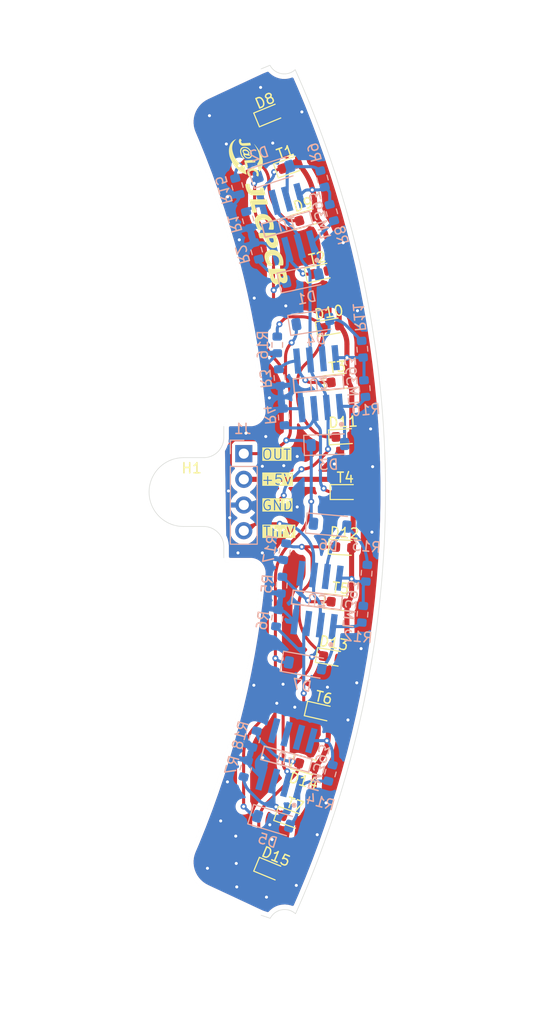
<source format=kicad_pcb>
(kicad_pcb (version 20241229) (generator "pcbnew") (generator_version "9.0")
  (layers (0 "F.Cu" signal) (2 "B.Cu" signal) (13 "F.Paste" user) (15 "B.Paste" user) (5 "F.SilkS" user "F.Silkscreen") (7 "B.SilkS" user "B.Silkscreen") (1 "F.Mask" user) (3 "B.Mask" user) (25 "Edge.Cuts" user))
  (net 0 "")
  (net 1 "Net-(D1-A)")
  (net 2 "LINE Side 1")
  (net 3 "Net-(D2-A)")
  (net 4 "Net-(D3-A)")
  (net 5 "Net-(D4-A)")
  (net 6 "Net-(D5-A)")
  (net 7 "Net-(D6-A)")
  (net 8 "Net-(D7-A)")
  (net 9 "+5V")
  (net 10 "Net-(D8-K)")
  (net 11 "Net-(D10-K)")
  (net 12 "Net-(D12-K)")
  (net 13 "Net-(D14-K)")
  (net 14 "GND")
  (net 15 "Threshold V")
  (net 16 "LINE 0")
  (net 17 "LINE 1")
  (net 18 "LINE 2")
  (net 19 "LINE 3")
  (net 20 "LINE 4")
  (net 21 "LINE 5")
  (net 22 "LINE 6")
  (footprint "JLCPCBlogo:JLCPCB" (layer "F.Cu") (at 151.627657 72.231777 -75)
    (property "Reference" "G***" (hide yes))
    (property "Value" "LOGO" (hide yes))
  )
  (footprint "LED_SMD:LED_0603_1608Metric" (layer "F.Cu") (at 159.874091 94.510375 3.2)
    (property "Reference" "D11")
    (property "Value" "LED")
  )
  (footprint "LED_SMD:LED_0603_1608Metric" (layer "F.Cu") (at 154.576328 132.249615 -19.2)
    (property "Reference" "T7")
    (property "Value" "B19H1LS")
  )
  (footprint "LED_SMD:LED_0603_1608Metric" (layer "F.Cu") (at 152.612272 137.344896 -22.4)
    (property "Reference" "D15")
    (property "Value" "LED")
  )
  (footprint "MountingHole:MountingHole_3.2mm_M3" (layer "F.Cu") (at 144.007 100)
    (property "Reference" "H1")
    (property "Value" "MountingHole")
  )
  (footprint "LED_SMD:LED_0603_1608Metric" (layer "F.Cu") (at 158.634373 83.656663 9.6)
    (property "Reference" "D10")
    (property "Value" "LED")
  )
  (footprint "LED_SMD:LED_0603_1608Metric" (layer "F.Cu") (at 158.634374 116.343337 -9.6)
    (property "Reference" "D13")
    (property "Value" "LED")
  )
  (footprint "LED_SMD:LED_0603_1608Metric" (layer "F.Cu") (at 159.396019 110.923955 -6.4)
    (property "Reference" "T5")
    (property "Value" "B19H1LS")
  )
  (footprint "LED_SMD:LED_0603_1608Metric" (layer "F.Cu") (at 159.396017 89.076045 6.4)
    (property "Reference" "T3")
    (property "Value" "B19H1LS")
  )
  (footprint "LED_SMD:LED_0603_1608Metric" (layer "F.Cu") (at 156.231 72.966947 16)
    (property "Reference" "D9")
    (property "Value" "LED")
  )
  (footprint "LED_SMD:LED_0603_1608Metric" (layer "F.Cu") (at 156.210408 127.012461 -16)
    (property "Reference" "D14")
    (property "Value" "LED")
  )
  (footprint "LED_SMD:LED_0603_1608Metric" (layer "F.Cu") (at 157.571398 78.288248 12.8)
    (property "Reference" "T2")
    (property "Value" "B19H1LS")
  )
  (footprint "LED_SMD:LED_0603_1608Metric" (layer "F.Cu") (at 154.555647 67.771069 19.2)
    (property "Reference" "T1")
    (property "Value" "B19H1LS")
  )
  (footprint "LED_SMD:LED_0603_1608Metric" (layer "F.Cu") (at 160.006763 100)
    (property "Reference" "T4")
    (property "Value" "B19H1LS")
  )
  (footprint "LED_SMD:LED_0603_1608Metric" (layer "F.Cu") (at 159.853958 105.470507 -3.2)
    (property "Reference" "D12")
    (property "Value" "LED")
  )
  (footprint "LED_SMD:LED_0603_1608Metric" (layer "F.Cu") (at 157.571399 121.711753 -12.8)
    (property "Reference" "T6")
    (property "Value" "B19H1LS")
  )
  (footprint "LED_SMD:LED_0603_1608Metric" (layer "F.Cu") (at 152.612274 62.655103 22.4)
    (property "Reference" "D8")
    (property "Value" "LED")
  )
  (footprint "Diode_SMD:D_SOD-123" (layer "B.Cu") (at 156.0614 117.122 -10)
    (property "Reference" "D7")
    (property "Value" "D")
  )
  (footprint "Resistor_SMD:R_0603_1608Metric" (layer "B.Cu") (at 150.17 127.355 75)
    (property "Reference" "R7")
    (property "Value" "22k")
  )
  (footprint "LM393BIDR:D0008A-IPC_A" (layer "B.Cu") (at 154.278 73.524 105)
    (property "Reference" "U1")
    (property "Value" "LM393")
  )
  (footprint "Diode_SMD:D_SOD-123" (layer "B.Cu") (at 158.511 103.264 -5)
    (property "Reference" "D6")
    (property "Value" "D")
  )
  (footprint "Diode_SMD:D_SOD-123" (layer "B.Cu") (at 152.917 132.525 -17)
    (property "Reference" "D5")
    (property "Value" "D")
  )
  (footprint "Diode_SMD:D_SOD-123" (layer "B.Cu") (at 152.961 68.308 18)
    (property "Reference" "D2")
    (property "Value" "D")
  )
  (footprint "Resistor_SMD:R_0603_1608Metric" (layer "B.Cu") (at 161.72 112.071601 -95)
    (property "Reference" "R12")
    (property "Value" "4.7k")
  )
  (footprint "Resistor_SMD:R_0603_1608Metric" (layer "B.Cu") (at 162.122 108.018601 85)
    (property "Reference" "R13")
    (property "Value" "4.7k")
  )
  (footprint "Resistor_SMD:R_0603_1608Metric" (layer "B.Cu") (at 161.704 85.882 95)
    (property "Reference" "R11")
    (property "Value" "4.7k")
  )
  (footprint "Resistor_SMD:R_0603_1608Metric" (layer "B.Cu") (at 151.252526 76.173889 105)
    (property "Reference" "R2")
    (property "Value" "22k")
  )
  (footprint "Resistor_SMD:R_0603_1608Metric" (layer "B.Cu") (at 153.279 112.467 82)
    (property "Reference" "R6")
    (property "Value" "22k")
  )
  (footprint "LM393BIDR:D0008A-IPC_A" (layer "B.Cu") (at 154.197 126.403 75)
    (property "Reference" "U4")
    (property "Value" "LM393")
  )
  (footprint "Resistor_SMD:R_0603_1608Metric" (layer "B.Cu") (at 153.286 85.456 -90)
    (property "Reference" "R16")
    (property "Value" "100")
  )
  (footprint "Connector_PinSocket_2.54mm:PinSocket_1x04_P2.54mm_Vertical" (layer "B.Cu") (at 149.975 96.2 180)
    (property "Reference" "J1")
    (property "Value" "Conn_01x04_Pin")
  )
  (footprint "Resistor_SMD:R_0603_1608Metric" (layer "B.Cu") (at 161.939 89.777 -85)
    (property "Reference" "R10")
    (property "Value" "4.7k")
  )
  (footprint "Resistor_SMD:R_0603_1608Metric" (layer "B.Cu") (at 151.038 124.407 -105)
    (property "Reference" "R18")
    (property "Value" "100")
  )
  (footprint "Diode_SMD:D_SOD-123" (layer "B.Cu") (at 156.805686 83.161883 9)
    (property "Reference" "D4")
    (property "Value" "D")
  )
  (footprint "Resistor_SMD:R_0603_1608Metric" (layer "B.Cu") (at 154.023 105.892 -100)
    (property "Reference" "R17")
    (property "Value" "100")
  )
  (footprint "Resistor_SMD:R_0603_1608Metric" (layer "B.Cu") (at 158.689 72.386 -75)
    (property "Reference" "R8")
    (property "Value" "4.7k")
  )
  (footprint "LM393BIDR:D0008A-IPC_A" (layer "B.Cu") (at 157.373 89.287 95)
    (property "Reference" "U2")
    (property "Value" "LM393")
  )
  (footprint "Resistor_SMD:R_0603_1608Metric" (layer "B.Cu") (at 153.51 88.679 -85)
    (property "Reference" "R3")
    (property "Value" "22k")
  )
  (footprint "Resistor_SMD:R_0603_1608Metric" (layer "B.Cu") (at 153.723 109.198 -95)
    (property "Reference" "R5")
    (property "Value" "22k")
  )
  (footprint "Resistor_SMD:R_0603_1608Metric" (layer "B.Cu") (at 150.409 73.094 -75)
    (property "Reference" "R1")
    (property "Value" "22k")
  )
  (footprint "Diode_SMD:D_SOD-123" (layer "B.Cu") (at 155.78 78.855 12)
    (property "Reference" "D1")
    (property "Value" "D")
  )
  (footprint "Resistor_SMD:R_0603_1608Metric" (layer "B.Cu") (at 157.762474 69.056111 105)
    (property "Reference" "R9")
    (property "Value" "4.7k")
  )
  (footprint "Diode_SMD:D_SOD-123" (layer "B.Cu") (at 158.295256 95.306 2)
    (property "Reference" "D3")
    (property "Value" "D")
  )
  (footprint "LM393BIDR:D0008A-IPC_A" (layer "B.Cu") (at 157.215 110.667 83)
    (property "Reference" "U3")
    (property "Value" "LM393")
  )
  (footprint "Resistor_SMD:R_0603_1608Metric" (layer "B.Cu") (at 158.545 127.765 -105)
    (property "Reference" "R14")
    (property "Value" "4.7k")
  )
  (footprint "Resistor_SMD:R_0603_1608Metric" (layer "B.Cu") (at 149.344 69.789 -75)
    (property "Reference" "R15")
    (property "Value" "100")
  )
  (footprint "Resistor_SMD:R_0603_1608Metric" (layer "B.Cu") (at 153.929 92.582 95)
    (property "Reference" "R4")
    (property "Value" "22k")
  )
  (gr_arc (start 148.000003 94.6) (mid 147.414216 96.014216) (end 146 96.600003) (stroke (width 0.05)) (layer "Edge.Cuts"))
  (gr_line (start 151.683267 58.180011) (end 152.566367 57.821112) (stroke (width 0.05)) (layer "Edge.Cuts"))
  (gr_line (start 150.639718 93) (end 148.5 93) (stroke (width 0.001)) (layer "Edge.Cuts"))
  (gr_line (start 148.000003 94.6) (end 148.000003 93.5) (stroke (width 0.05)) (layer "Edge.Cuts"))
  (gr_arc (start 144.752208 64.615373) (mid 144.708468 62.364491) (end 146.242757 60.716965) (stroke (width 0.001)) (layer "Edge.Cuts"))
  (gr_line (start 146 103.4) (end 144.007 103.4) (stroke (width 0.05)) (layer "Edge.Cuts"))
  (gr_line (start 148.5 107) (end 150.639718 107) (stroke (width 0.001)) (layer "Edge.Cuts"))
  (gr_arc (start 148.5 107) (mid 148.146447 106.853553) (end 148 106.5) (stroke (width 0.001)) (layer "Edge.Cuts"))
  (gr_arc (start 144.752208 64.615372) (mid 149.26741 77.992024) (end 151.635667 91.910113) (stroke (width 0.001)) (layer "Edge.Cuts"))
  (gr_line (start 146.242758 60.716961) (end 151.683267 58.180011) (stroke (width 0.001)) (layer "Edge.Cuts"))
  (gr_arc (start 159.613999 129.573401) (mid 157.54526 135.695295) (end 155.092988 141.673892) (stroke (width 0.05)) (layer "Edge.Cuts"))
  (gr_arc (start 146.242759 139.28304) (mid 144.70847 137.635514) (end 144.752208 135.384632) (stroke (width 0.001)) (layer "Edge.Cuts"))
  (gr_line (start 151.683268 141.81999) (end 146.242759 139.28304) (stroke (width 0.001)) (layer "Edge.Cuts"))
  (gr_arc (start 144.007 103.4) (mid 140.607 100) (end 144.007 96.6) (stroke (width 0.05)) (layer "Edge.Cuts"))
  (gr_arc (start 146 103.4) (mid 147.414214 103.985786) (end 148 105.4) (stroke (width 0.05)) (layer "Edge.Cuts"))
  (gr_line (start 148 106.5) (end 148 105.4) (stroke (width 0.05)) (layer "Edge.Cuts"))
  (gr_arc (start 148 93.5) (mid 148.146447 93.146447) (end 148.5 93) (stroke (width 0.001)) (layer "Edge.Cuts"))
  (gr_arc (start 159.564891 70.265) (mid 163.99574 99.915552) (end 159.613999 129.573401) (stroke (width 0.05)) (layer "Edge.Cuts"))
  (gr_line (start 152.591931 142.124469) (end 151.683268 141.81999) (stroke (width 0.05)) (layer "Edge.Cuts"))
  (gr_arc (start 155.061869 58.25667) (mid 153.70731 58.650923) (end 152.566378 57.821139) (stroke (width 0.05)) (layer "Edge.Cuts"))
  (gr_arc (start 155.06187 58.256669) (mid 157.50232 64.189984) (end 159.564891 70.265) (stroke (width 0.05)) (layer "Edge.Cuts"))
  (gr_arc (start 150.639718 107) (mid 151.377929 107.325416) (end 151.635668 108.089891) (stroke (width 0.001)) (layer "Edge.Cuts"))
  (gr_line (start 144.007 96.6) (end 146 96.6) (stroke (width 0.05)) (layer "Edge.Cuts"))
  (gr_arc (start 152.59247 142.124746) (mid 153.731444 141.282105) (end 155.092988 141.673899) (stroke (width 0.05)) (layer "Edge.Cuts"))
  (gr_arc (start 151.635668 108.089891) (mid 149.267411 122.00798) (end 144.752209 135.384632) (stroke (width 0.001)) (layer "Edge.Cuts"))
  (gr_arc (start 151.635667 91.91011) (mid 151.377928 92.674584) (end 150.639718 93) (stroke (width 0.001)) (layer "Edge.Cuts"))
  (gr_text "ThrV" (at 151.807 104.502 0) (layer "F.SilkS" knockout) (effects (font (size 1 1) (thickness 0.1)) (justify left bottom)))
  (gr_text "OUT" (at 151.708 96.88 0) (layer "F.SilkS" knockout) (effects (font (size 1 1) (thickness 0.1)) (justify left bottom)))
  (gr_text "GND" (at 151.715 101.896 0) (layer "F.SilkS" knockout) (effects (font (size 1 1) (thickness 0.1)) (justify left bottom)))
  (gr_text "+5V" (at 151.654 99.351 0) (layer "F.SilkS" knockout) (effects (font (size 1 1) (thickness 0.1)) (justify left bottom)))
  (segment (start 158.88862 73.216461) (end 156.742774 75.362307) (width 0.3) (layer "B.Cu") (net 1))
  (segment (start 157.329778 78.367949) (end 157.329778 76.77946) (width 0.3) (layer "B.Cu") (net 1))
  (arc (start 157.329778 76.77946) (mid 157.177221 76.012502) (end 156.742774 75.362307) (width 0.3) (layer "B.Cu") (net 1))
  (arc (start 158.902526 73.182889) (mid 158.898912 73.201058) (end 158.88862 73.216461) (width 0.3) (layer "B.Cu") (net 1))
  (segment (start 151.137233 96.2) (end 149.975 96.2) (width 0.3) (layer "F.Cu") (net 2))
  (segment (start 152.916 76.195224) (end 152.916 81.041013) (width 0.3) (layer "F.Cu") (net 2))
  (segment (start 154.584 90.735908) (end 154.584 93.914302) (width 0.3) (layer "F.Cu") (net 2))
  (segment (start 149.957 131.076) (end 149.957 126.024642) (width 0.3) (layer "F.Cu") (net 2))
  (segment (start 153.102 118.43194) (end 153.102 116.43) (width 0.3) (layer "F.Cu") (net 2))
  (segment (start 152.893168 86.686167) (end 152.916 86.709) (width 0.3) (layer "F.Cu") (net 2))
  (segment (start 153.102 116.43) (end 153.102 108.556568) (width 0.3) (layer "F.Cu") (net 2))
  (segment (start 154.103535 88.446465) (end 154.103535 86.690308) (width 0.3) (layer "F.Cu") (net 2))
  (segment (start 154.535 105.097) (end 155.248878 104.383122) (width 0.3) (layer "F.Cu") (net 2))
  (segment (start 151.981 83.298303) (end 151.981 84.484) (width 0.3) (layer "F.Cu") (net 2))
  (segment (start 151.046 69.592213) (end 151.046 71.680644) (width 0.3) (layer "F.Cu") (net 2))
  (via (at 150.995709 69.488291) (size 0.6) (drill 0.3) (layers "F.Cu" "B.Cu") (net 2))
  (via (at 149.957 131.076) (size 0.6) (drill 0.3) (layers "F.Cu" "B.Cu") (net 2))
  (via (at 153.102 116.43) (size 0.6) (drill 0.3) (layers "F.Cu" "B.Cu") (net 2))
  (via (at 156.646261 100.935) (size 0.6) (drill 0.3) (layers "F.Cu" "B.Cu") (net 2))
  (via (at 154.708 85.231) (size 0.6) (drill 0.3) (layers "F.Cu" "B.Cu") (net 2))
  (via (at 154.17861 94.893) (size 0.6) (drill 0.3) (layers "F.Cu" "B.Cu") (net 2))
  (via (at 152.933 80.043) (size 0.6) (drill 0.3) (layers "F.Cu" "B.Cu") (net 2))
  (arc (start 152.537 81.956) (mid 152.1255 82.571854) (end 151.981 83.298303) (width 0.3) (layer "F.Cu") (net 2))
  (arc (start 151.981 84.484) (mid 152.218065 85.675804) (end 152.893168 86.686167) (width 0.3) (layer "F.Cu") (net 2))
  (arc (start 153.102 108.556568) (mid 153.474424 106.684264) (end 154.535 105.097) (width 0.3) (layer "F.Cu") (net 2))
  (arc (start 151.031 69.556) (mid 151.042102 69.572615) (end 151.046 69.592213) (width 0.3) (layer "F.Cu") (net 2))
  (arc (start 151.156 123.13) (mid 152.596251 120.974511) (end 153.102 118.43194) (width 0.3) (layer "F.Cu") (net 2))
  (arc (start 154.155 94.95) (mid 152.770436 95.875136) (end 151.137233 96.2) (width 0.3) (layer "F.Cu") (net 2))
  (arc (start 152.056 74.119) (mid 152.692493 75.07158) (end 152.916 76.195224) (width 0.3) (layer "F.Cu") (net 2))
  (arc (start 155.248878 104.383122) (mid 156.28142 102.837814) (end 156.644 101.015) (width 0.3) (layer "F.Cu") (net 2))
  (arc (start 154.584 93.914302) (mid 154.472506 94.474818) (end 154.17861 94.893) (width 0.3) (layer "F.Cu") (net 2))
  (arc (start 152.916 86.709) (mid 154.150501 88.556561) (end 154.584 90.735908) (width 0.3) (layer "F.Cu") (net 2))
  (arc (start 151.046 71.680644) (mid 151.30849 73.000273) (end 152.056 74.119) (width 0.3) (layer "F.Cu") (net 2))
  (arc (start 152.916 81.041013) (mid 152.817501 81.536201) (end 152.537 81.956) (width 0.3) (layer "F.Cu") (net 2))
  (arc (start 154.17861 94.893) (mid 154.472506 94.474818) (end 154.155 94.95) (width 0.3) (layer "F.Cu") (net 2))
  (arc (start 149.957 126.024642) (mid 150.26861 124.458073) (end 151.156 123.13) (width 0.3) (layer "F.Cu") (net 2))
  (arc (start 154.103535 86.690308) (mid 154.26063 85.900536) (end 154.708 85.231) (width 0.3) (layer "F.Cu") (net 2))
  (segment (start 155.176 83.42) (end 155.176 84.101148) (width 0.3) (layer "B.Cu") (net 2))
  (segment (start 156.646261 102.586604) (end 156.646261 100.935) (width 0.3) (layer "B.Cu") (net 2))
  (segment (start 154.436467 116.835481) (end 154.080918 116.835481) (width 0.3) (layer "B.Cu") (net 2))
  (segment (start 151.031 69.556) (end 151.018631 69.543631) (width 0.3) (layer "B.Cu") (net 2))
  (segment (start 153.503511 79.472489) (end 152.933 80.043) (width 0.3) (layer "B.Cu") (net 2))
  (segment (start 150.629778 131.748778) (end 149.957 131.076) (width 0.3) (layer "B.Cu") (net 2))
  (segment (start 150.936 69.06) (end 151.02706 68.96894) (width 0.3) (layer "B.Cu") (net 2))
  (segment (start 152.933 80.043) (end 152.894 80.082) (width 0.3) (layer "B.Cu") (net 2))
  (segment (start 150.926 69.32) (end 150.926 69.084142) (width 0.3) (layer "B.Cu") (net 2))
  (segment (start 154.17861 94.893) (end 155.510171 94.893) (width 0.3) (layer "B.Cu") (net 2))
  (segment (start 156.646261 100.935) (end 156.646261 95.363584) (width 0.3) (layer "B.Cu") (net 2))
  (arc (start 151.02706 68.96894) (mid 151.194384 68.857138) (end 151.391756 68.817878) (width 0.3) (layer "B.Cu") (net 2))
  (arc (start 150.995709 69.488291) (mid 150.950074 69.441029) (end 150.926 69.32) (width 0.3) (layer "B.Cu") (net 2))
  (arc (start 151.018631 69.543631) (mid 150.950074 69.441029) (end 150.995709 69.488291) (width 0.3) (layer "B.Cu") (net 2))
  (arc (start 151.339096 132.042587) (mid 150.955216 131.966229) (end 150.629778 131.748778) (width 0.3) (layer "B.Cu") (net 2))
  (arc (start 156.867281 103.120193) (mid 156.703702 102.875381) (end 156.646261 102.586604) (width 0.3) (layer "B.Cu") (net 2))
  (arc (start 155.510171 94.893) (mid 156.125018 95.015301) (end 156.646261 95.363584) (width 0.3) (layer "B.Cu") (net 2))
  (arc (start 154.080918 116.835481) (mid 153.551131 116.7301) (end 153.102 116.43) (width 0.3) (layer "B.Cu") (net 2))
  (arc (start 154.166056 79.198054) (mid 153.807489 79.269377) (end 153.503511 79.472489) (width 0.3) (layer "B.Cu") (net 2))
  (arc (start 150.926 69.084142) (mid 150.928599 69.071077) (end 150.936 69.06) (width 0.3) (layer "B.Cu") (net 2))
  (arc (start 155.176 84.101148) (mid 155.054371 84.71262) (end 154.708 85.231) (width 0.3) (layer "B.Cu") (net 2))
  (segment (start 154.266678 71.028292) (end 154.266678 68.558798) (width 0.3) (layer "B.Cu") (net 3))
  (segment (start 156.54639 67.843949) (end 154.562778 67.843949) (width 0.3) (layer "B.Cu") (net 3))
  (arc (start 157.548948 68.259222) (mid 157.08897 67.951875) (end 156.54639 67.843949) (width 0.3) (layer "B.Cu") (net 3))
  (arc (start 154.266678 68.558798) (mid 154.343632 68.171924) (end 154.562778 67.843949) (width 0.3) (layer "B.Cu") (net 3))
  (segment (start 161.91457 90.831431) (end 161.473 91.273) (width 0.3) (layer "B.Cu") (net 4))
  (segment (start 159.941237 95.190902) (end 159.941237 92.636228) (width 0.3) (layer "B.Cu") (net 4))
  (segment (start 160.863694 91.525383) (end 159.48111 91.525383) (width 0.3) (layer "B.Cu") (net 4))
  (arc (start 162.010903 90.598861) (mid 161.985867 90.724727) (end 161.91457 90.831431) (width 0.3) (layer "B.Cu") (net 4))
  (arc (start 161.473 91.273) (mid 161.193448 91.459791) (end 160.863694 91.525383) (width 0.3) (layer "B.Cu") (net 4))
  (arc (start 159.941237 92.636228) (mid 159.821654 92.035043) (end 159.48111 91.525383) (width 0.3) (layer "B.Cu") (net 4))
  (segment (start 158.412955 82.857364) (end 158.412955 83.949384) (width 0.3) (layer "B.Cu") (net 5))
  (segment (start 157.795225 85.440716) (end 157.795225 86.827241) (width 0.3) (layer "B.Cu") (net 5))
  (segment (start 161.632097 85.060139) (end 160.148002 83.576044) (width 0.3) (layer "B.Cu") (net 5))
  (arc (start 158.412955 83.949384) (mid 158.348513 84.273353) (end 158.165 84.548) (width 0.3) (layer "B.Cu") (net 5))
  (arc (start 158.165 84.548) (mid 157.891327 84.957582) (end 157.795225 85.440716) (width 0.3) (layer "B.Cu") (net 5))
  (arc (start 160.148002 83.576044) (mid 159.351956 83.044142) (end 158.412955 82.857364) (width 0.3) (layer "B.Cu") (net 5))
  (segment (start 155.412403 129.227408) (end 155.412403 130.792374) (width 0.3) (layer "B.Cu") (net 6))
  (segment (start 158.331474 128.561889) (end 157.019108 128.561889) (width 0.3) (layer "B.Cu") (net 6))
  (arc (start 157.019108 128.561889) (mid 156.149565 128.734851) (end 155.412403 129.227408) (width 0.3) (layer "B.Cu") (net 6))
  (arc (start 155.412403 130.792374) (mid 155.173953 131.991145) (end 154.494904 133.007413) (width 0.3) (layer "B.Cu") (net 6))
  (segment (start 158.139411 108.34878) (end 158.139411 108.273191) (width 0.3) (layer "B.Cu") (net 7))
  (segment (start 160.956644 104.209731) (end 160.154719 103.407807) (width 0.3) (layer "B.Cu") (net 7))
  (arc (start 162.193903 107.19674) (mid 161.87235 105.580183) (end 160.956644 104.209731) (width 0.3) (layer "B.Cu") (net 7))
  (arc (start 158.139411 108.273191) (mid 158.663172 105.640064) (end 160.154719 103.407807) (width 0.3) (layer "B.Cu") (net 7))
  (segment (start 158.811657 113.294769) (end 158.811657 114.691747) (width 0.3) (layer "B.Cu") (net 8))
  (segment (start 160.679256 113.294769) (end 158.811657 113.294769) (width 0.3) (layer "B.Cu") (net 8))
  (arc (start 158.811657 114.691747) (mid 158.519194 116.162053) (end 157.686333 117.408519) (width 0.3) (layer "B.Cu") (net 8))
  (arc (start 161.648097 112.893462) (mid 161.203589 113.190473) (end 160.679256 113.294769) (width 0.3) (layer "B.Cu") (net 8))
  (segment (start 159.410846 116.474667) (end 159.410846 119.299352) (width 0.5) (layer "F.Cu") (net 9))
  (segment (start 160.794263 103.674) (end 160.794263 105.142598) (width 0.5) (layer "F.Cu") (net 9))
  (segment (start 159.410846 80.700652) (end 159.410846 83.525333) (width 0.5) (layer "F.Cu") (net 9))
  (segment (start 160.178611 111.011737) (end 160.178611 114.621118) (width 0.5) (layer "F.Cu") (net 9))
  (segment (start 156.967401 127.229526) (end 156.967401 128.531477) (width 0.5) (layer "F.Cu") (net 9))
  (segment (start 149.975 98.74) (end 159.39 98.74) (width 0.5) (layer "F.Cu") (net 9))
  (segment (start 160.178609 85.378877) (end 160.178609 86.707) (width 0.5) (layer "F.Cu") (net 9))
  (segment (start 160.660363 90.15132) (end 160.660363 94.466416) (width 0.5) (layer "F.Cu") (net 9))
  (segment (start 160.472581 98.297782) (end 160.660363 98.11) (width 0.5) (layer "F.Cu") (net 9))
  (segment (start 155.299343 67.084428) (end 155.299343 67.512087) (width 0.5) (layer "F.Cu") (net 9))
  (segment (start 159.39 98.74) (end 159.404972 98.74) (width 0.5) (layer "F.Cu") (net 9))
  (segment (start 158.339329 121.886223) (end 158.339329 123.917399) (width 0.5) (layer "F.Cu") (net 9))
  (segment (start 160.660363 94.466416) (end 160.660363 98.11) (width 0.5) (layer "F.Cu") (net 9))
  (segment (start 155.320024 132.508597) (end 155.320024 132.865638) (width 0.5) (layer "F.Cu") (net 9))
  (segment (start 160.660363 99.26) (end 160.660363 99.676737) (width 0.5) (layer "F.Cu") (net 9))
  (segment (start 156.987993 71.588849) (end 156.987993 72.749883) (width 0.5) (layer "F.Cu") (net 9))
  (segment (start 160.660363 98.78) (end 160.660363 99.26) (width 0.5) (layer "F.Cu") (net 9))
  (segment (start 159.39 98.74) (end 159.79 98.74) (width 0.5) (layer "F.Cu") (net 9))
  (segment (start 160.660363 98.11) (end 160.660363 98.78) (width 0.5) (layer "F.Cu") (net 9))
  (segment (start 160.178609 86.707) (end 160.178609 88.988263) (width 0.5) (layer "F.Cu") (net 9))
  (segment (start 160.794263 100) (end 160.794263 103.674) (width 0.5) (layer "F.Cu") (net 9))
  (segment (start 159.79 98.74) (end 160.563794 98.74) (width 0.5) (layer "F.Cu") (net 9))
  (segment (start 158.339328 76.012294) (end 158.339328 78.113779) (width 0.5) (layer "F.Cu") (net 9))
  (segment (start 160.64023 105.514467) (end 160.64023 108.581) (width 0.5) (layer "F.Cu") (net 9))
  (segment (start 160.64023 108.581) (end 160.64023 109.89729) (width 0.5) (layer "F.Cu") (net 9))
  (via (at 160.64023 108.581) (size 0.6) (drill 0.3) (layers "F.Cu" "B.Cu") (net 9))
  (via (at 160.178609 86.707) (size 0.6) (drill 0.3) (layers "F.Cu" "B.Cu") (net 9))
  (via (at 158.191 124.574) (size 0.6) (drill 0.3) (layers "F.Cu" "B.Cu") (net 9))
  (via (at 156.75 70.14) (size 0.6) (drill 0.3) (layers "F.Cu" "B.Cu") (net 9))
  (arc (start 158.339328 78.113779) (mid 159.132367 79.300646) (end 159.410846 80.700652) (width 0.5) (layer "F.Cu") (net 9))
  (arc (start 159.404972 98.74) (mid 160.084384 98.875144) (end 160.660363 99.26) (width 0.5) (layer "F.Cu") (net 9))
  (arc (start 159.410846 119.299352) (mid 159.132368 120.699357) (end 158.339329 121.886223) (width 0.5) (layer "F.Cu") (net 9))
  (arc (start 153.340354 62.35501) (mid 154.790218 64.524886) (end 155.299343 67.084428) (width 0.5) (layer "F.Cu") (net 9))
  (arc (start 160.178611 114.621118) (mid 159.979075 115.624252) (end 159.410846 116.474667) (width 0.5) (layer "F.Cu") (net 9))
  (arc (start 160.178609 88.988263) (mid 160.535159 89.521878) (end 160.660363 90.15132) (width 0.5) (layer "F.Cu") (net 9))
  (arc (start 158.339329 123.917399) (mid 157.982776 125.709909) (end 156.967401 127.229526) (width 0.5) (layer "F.Cu") (net 9))
  (arc (start 160.660363 99.676737) (mid 160.695163 99.851685) (end 160.794263 100) (width 0.5) (layer "F.Cu") (net 9))
  (arc (start 159.410846 83.525333) (mid 159.979073 84.375747) (end 160.178609 85.378877) (width 0.5) (layer "F.Cu") (net 9))
  (arc (start 156.967401 128.531477) (mid 156.539262 130.683879) (end 155.320024 132.508597) (width 0.5) (layer "F.Cu") (net 9))
  (arc (start 155.320024 132.865638) (mid 154.805524 135.452205) (end 153.340352 137.644989) (width 0.5) (layer "F.Cu") (net 9))
  (arc (start 160.563794 98.74) (mid 160.616057 98.750396) (end 160.660363 98.78) (width 0.5) (layer "F.Cu") (net 9))
  (arc (start 159.404972 98.74) (mid 159.982758 98.625071) (end 160.472581 98.297782) (width 0.5) (layer "F.Cu") (net 9))
  (arc (start 160.64023 109.89729) (mid 160.520259 110.500425) (end 160.178611 111.011737) (width 0.5) (layer "F.Cu") (net 9))
  (arc (start 155.299343 67.512087) (mid 156.549127 69.382522) (end 156.987993 71.588849) (width 0.5) (layer "F.Cu") (net 9))
  (arc (start 156.987993 72.749883) (mid 157.988127 74.24669) (end 158.339328 76.012294) (width 0.5) (layer "F.Cu") (net 9))
  (arc (start 160.794263 105.142598) (mid 160.754231 105.343852) (end 160.64023 105.514467) (width 0.5) (layer "F.Cu") (net 9))
  (segment (start 155.530967 70.684033) (end 155.907 70.308) (width 0.3) (layer "B.Cu") (net 9))
  (segment (start 156.312588 70.14) (end 156.75 70.14) (width 0.3) (layer "B.Cu") (net 9))
  (segment (start 159.399944 108.503553) (end 160.501453 108.503553) (width 0.3) (layer "B.Cu") (net 9))
  (segment (start 158.758526 126.968111) (end 158.758526 125.944129) (width 0.3) (layer "B.Cu") (net 9))
  (segment (start 160.186187 86.703861) (end 160.178609 86.707) (width 0.3) (layer "B.Cu") (net 9))
  (segment (start 156.75 70.14) (end 157.283121 70.14) (width 0.3) (layer "B.Cu") (net 9))
  (segment (start 162.050097 108.840462) (end 161.266627 108.840462) (width 0.3) (layer "B.Cu") (net 9))
  (segment (start 161.791903 111.24974) (end 161.791903 109.463797) (width 0.3) (layer "B.Cu") (net 9))
  (segment (start 156.661774 124.564692) (end 158.168529 124.564692) (width 0.3) (layer "B.Cu") (net 9))
  (segment (start 158.475474 70.484465) (end 158.475474 71.589111) (width 0.3) (layer "B.Cu") (net 9))
  (segment (start 161.775903 86.703861) (end 160.186187 86.703861) (width 0.3) (layer "B.Cu") (net 9))
  (segment (start 158.168529 124.564692) (end 158.191 124.574) (width 0.3) (layer "B.Cu") (net 9))
  (segment (start 161.867097 88.955139) (end 161.867097 86.924023) (width 0.3) (layer "B.Cu") (net 9))
  (segment (start 159.060392 86.716554) (end 160.059982 86.716554) (width 0.3) (layer "B.Cu") (net 9))
  (segment (start 158.010142 69.867142) (end 158.368 70.225) (width 0.3) (layer "B.Cu") (net 9))
  (arc (start 161.867097 86.924023) (mid 161.843397 86.804872) (end 161.775903 86.703861) (width 0.3) (layer "B.Cu") (net 9))
  (arc (start 157.976 69.853) (mid 157.994477 69.856675) (end 158.010142 69.867142) (width 0.3) (layer "B.Cu") (net 9))
  (arc (start 161.791903 109.463797) (mid 161.859005 109.126451) (end 162.050097 108.840462) (width 0.3) (layer "B.Cu") (net 9))
  (arc (start 155.907 70.308) (mid 156.093085 70.183662) (end 156.312588 70.14) (width 0.3) (layer "B.Cu") (net 9))
  (arc (start 158.758526 125.944129) (mid 158.611031 125.20262) (end 158.191 124.574) (width 0.3) (layer "B.Cu") (net 9))
  (arc (start 155.493404 70.699592) (mid 155.513733 70.695548) (end 155.530967 70.684033) (width 0.3) (layer "B.Cu") (net 9))
  (arc (start 161.266627 108.840462) (mid 160.927623 108.77303) (end 160.64023 108.581) (width 0.3) (layer "B.Cu") (net 9))
  (arc (start 157.283121 70.14) (mid 157.658104 70.065411) (end 157.976 69.853) (width 0.3) (layer "B.Cu") (net 9))
  (arc (start 160.059982 86.716554) (mid 160.091922 86.722907) (end 160.119 86.741) (width 0.3) (layer "B.Cu") (net 9))
  (arc (start 158.368 70.225) (mid 158.447542 70.344044) (end 158.475474 70.484465) (width 0.3) (layer "B.Cu") (net 9))
  (arc (start 160.501453 108.503553) (mid 160.563445 108.515884) (end 160.616 108.551) (width 0.3) (layer "B.Cu") (net 9))
  (segment (start 155.474007 73.184011) (end 154.822896 73.184011) (width 0.3) (layer "F.Cu") (net 10))
  (segment (start 150.924185 67.482) (end 150.170696 67.482) (width 0.3) (layer "F.Cu") (net 10))
  (segment (start 152.444 69.50264) (end 152.444 69.261) (width 0.3) (layer "F.Cu") (net 10))
  (segment (start 150.154887 67.130114) (end 149.543 67.742) (width 0.3) (layer "F.Cu") (net 10))
  (segment (start 151.879729 67.898729) (end 151.844 67.863) (width 0.3) (layer "F.Cu") (net 10))
  (via (at 149.543 67.742) (size 0.6) (drill 0.3) (layers "F.Cu" "B.Cu") (net 10))
  (arc (start 152.444 69.261) (mid 152.297351 68.523744) (end 151.879729 67.898729) (width 0.3) (layer "F.Cu") (net 10))
  (arc (start 151.884194 62.955196) (mid 151.434762 65.214645) (end 150.154887 67.130114) (width 0.3) (layer "F.Cu") (net 10))
  (arc (start 150.170696 67.482) (mid 149.830989 67.549571) (end 149.543 67.742) (width 0.3) (layer "F.Cu") (net 10))
  (arc (start 153.792 72.757) (mid 152.794334 71.263887) (end 152.444 69.50264) (width 0.3) (layer "F.Cu") (net 10))
  (arc (start 154.822896 73.184011) (mid 154.264979 73.073035) (end 153.792 72.757) (width 0.3) (layer "F.Cu") (net 10))
  (arc (start 151.844 67.863) (mid 151.421986 67.581018) (end 150.924185 67.482) (width 0.3) (layer "F.Cu") (net 10))
  (segment (start 149.130474 68.992111) (end 149.130474 68.737926) (width 0.3) (layer "B.Cu") (net 10))
  (arc (start 149.130474 68.737926) (mid 149.237686 68.198935) (end 149.543 67.742) (width 0.3) (layer "B.Cu") (net 10))
  (segment (start 154.585222 82.676) (end 155.683 82.676) (width 0.3) (layer "F.Cu") (net 11))
  (segment (start 157.497495 83.427589) (end 157.8579 83.787993) (width 0.3) (layer "F.Cu") (net 11))
  (segment (start 153.536648 83.324352) (end 153.902 82.959) (width 0.3) (layer "F.Cu") (net 11))
  (segment (start 156.597053 86.831947) (end 156.027 87.402) (width 0.3) (layer "F.Cu") (net 11))
  (segment (start 158.420371 94.554334) (end 159.087819 94.554334) (width 0.3) (layer "F.Cu") (net 11))
  (segment (start 155.278 89.210246) (end 155.278 90.286721) (width 0.3) (layer "F.Cu") (net 11))
  (via (at 153.502 83.408) (size 0.6) (drill 0.3) (layers "F.Cu" "B.Cu") (net 11))
  (arc (start 156.761 93.867) (mid 157.522326 94.375702) (end 158.420371 94.554334) (width 0.3) (layer "F.Cu") (net 11))
  (arc (start 157.8579 83.787993) (mid 157.530217 85.435369) (end 156.597053 86.831947) (width 0.3) (layer "F.Cu") (net 11))
  (arc (start 156.027 87.402) (mid 155.472659 88.23163) (end 155.278 89.210246) (width 0.3) (layer "F.Cu") (net 11))
  (arc (start 155.278 90.286721) (mid 155.663419 92.224354) (end 156.761 93.867) (width 0.3) (layer "F.Cu") (net 11))
  (arc (start 153.902 82.959) (mid 154.215465 82.749549) (end 154.585222 82.676) (width 0.3) (layer "F.Cu") (net 11))
  (arc (start 153.502 83.408) (mid 153.511005 83.36273) (end 153.536648 83.324352) (width 0.3) (layer "F.Cu") (net 11))
  (arc (start 155.683 82.676) (mid 156.664998 82.871332) (end 157.497495 83.427589) (width 0.3) (layer "F.Cu") (net 11))
  (segment (start 153.286 84.631) (end 153.286 83.92947) (width 0.3) (layer "B.Cu") (net 11))
  (arc (start 153.286 83.92947) (mid 153.342136 83.647253) (end 153.502 83.408) (width 0.3) (layer "B.Cu") (net 11))
  (segment (start 156.117989 109.459012) (end 156.086 109.491) (width 0.3) (layer "F.Cu") (net 12))
  (segment (start 157.53312 105.426547) (end 159.067686 105.426547) (width 0.3) (layer "F.Cu") (net 12))
  (segment (start 156.736 106.619264) (end 156.736 107.967) (width 0.3) (layer "F.Cu") (net 12))
  (segment (start 156.121998 105.580999) (end 156.436 105.895) (width 0.3) (layer "F.Cu") (net 12))
  (segment (start 157.496246 105.412) (end 157.504283 105.420037) (width 0.3) (layer "F.Cu") (net 12))
  (segment (start 155.437 111.057825) (end 155.437 111.988) (width 0.3) (layer "F.Cu") (net 12))
  (segment (start 155.714 105.412) (end 157.496246 105.412) (width 0.3) (layer "F.Cu") (net 12))
  (segment (start 156.711988 115.066093) (end 157.857902 116.212007) (width 0.3) (layer "F.Cu") (net 12))
  (via (at 155.714 105.412) (size 0.6) (drill 0.3) (layers "F.Cu" "B.Cu") (net 12))
  (arc (start 157.504283 105.420037) (mid 157.5187 105.424413) (end 157.53312 105.426547) (width 0.3) (layer "F.Cu") (net 12))
  (arc (start 156.736 107.967) (mid 156.575384 108.774471) (end 156.117989 109.459012) (width 0.3) (layer "F.Cu") (net 12))
  (arc (start 156.086 109.491) (mid 155.60567 110.209865) (end 155.437 111.057825) (width 0.3) (layer "F.Cu") (net 12))
  (arc (start 156.436 105.895) (mid 156.658033 106.227295) (end 156.736 106.619264) (width 0.3) (layer "F.Cu") (net 12))
  (arc (start 155.437 111.988) (mid 155.768359 113.653852) (end 156.711988 115.066093) (width 0.3) (layer "F.Cu") (net 12))
  (arc (start 155.714 105.412) (mid 155.934807 105.455921) (end 156.121998 105.580999) (width 0.3) (layer "F.Cu") (net 12))
  (segment (start 155.714 105.412) (end 154.968904 105.412) (width 0.3) (layer "B.Cu") (net 12))
  (arc (start 154.968904 105.412) (mid 154.534516 105.325595) (end 154.16626 105.079534) (width 0.3) (layer "B.Cu") (net 12))
  (segment (start 151.458 132.600388) (end 151.458 136.015884) (width 0.3) (layer "F.Cu") (net 13))
  (segment (start 155.453415 126.795396) (end 155.259171 126.795396) (width 0.3) (layer "F.Cu") (net 13))
  (segment (start 154.93285 128.052151) (end 154.809694 128.175307) (width 0.3) (layer "F.Cu") (net 13))
  (segment (start 152.644102 130.340898) (end 152.217 130.768) (width 0.3) (layer "F.Cu") (net 13))
  (segment (start 154.814 128.16491) (end 154.809694 128.175307) (width 0.3) (layer "F.Cu") (net 13))
  (segment (start 154.809694 128.175307) (end 152.644102 130.340898) (width 0.3) (layer "F.Cu") (net 13))
  (via (at 154.814 126.611) (size 0.6) (drill 0.3) (layers "F.Cu" "B.Cu") (net 13))
  (arc (start 151.458 136.015884) (mid 151.568764 136.572731) (end 151.884192 137.044803) (width 0.3) (layer "F.Cu") (net 13))
  (arc (start 155.453415 126.795396) (mid 155.318125 127.475547) (end 154.93285 128.052151) (width 0.3) (layer "F.Cu") (net 13))
  (arc (start 152.217 130.768) (mid 151.655258 131.608706) (end 151.458 132.600388) (width 0.3) (layer "F.Cu") (net 13))
  (arc (start 155.259171 126.795396) (mid 155.018246 126.747473) (end 154.814 126.611) (width 0.3) (layer "F.Cu") (net 13))
  (segment (start 151.68669 124.66069) (end 152.804735 125.778735) (width 0.3) (layer "B.Cu") (net 13))
  (arc (start 151.251526 123.610111) (mid 151.364621 124.17868) (end 151.68669 124.66069) (width 0.3) (layer "B.Cu") (net 13))
  (arc (start 152.804735 125.778735) (mid 153.726594 126.394701) (end 154.814 126.611) (width 0.3) (layer "B.Cu") (net 13))
  (segment (start 148.65 94.95) (end 148.65 95.28) (width 0.3) (layer "F.Cu") (net 14))
  (segment (start 148.65 95.28) (end 148.65 95.563015) (width 0.3) (layer "F.Cu") (net 14))
  (segment (start 148.65 95.28) (end 148.65 97.531716) (width 0.3) (layer "F.Cu") (net 14))
  (segment (start 148.699497 95.160502) (end 149.03 94.83) (width 0.3) (layer "F.Cu") (net 14))
  (segment (start 148.833934 94.766066) (end 148.65 94.95) (width 0.3) (layer "F.Cu") (net 14))
  (segment (start 149.03 94.83) (end 151.070294 94.83) (width 0.3) (layer "F.Cu") (net 14))
  (segment (start 148.65 94.95) (end 148.65 95.106604) (width 0.3) (layer "F.Cu") (net 14))
  (via (at 152.22 140.03) (size 0.6) (drill 0.3) (layers "F.Cu" "B.Cu") (net 14))
  (via (at 160.28 122.52) (size 0.6) (drill 0.3) (layers "F.Cu" "B.Cu") (net 14))
  (via (at 152.51 90.69) (size 0.6) (drill 0.3) (layers "F.Cu" "B.Cu") (net 14))
  (via (at 149.4 106.01) (size 0.6) (drill 0.3) (layers "F.Cu" "B.Cu") (net 14))
  (via (at 147.69 132.5) (size 0.6) (drill 0.3) (layers "F.Cu" "B.Cu") (net 14))
  (via (at 151.85 126.25) (size 0.6) (drill 0.3) (layers "F.Cu" "B.Cu") (net 14))
  (via (at 149.23 136.7) (size 0.6) (drill 0.3) (layers "F.Cu" "B.Cu") (net 14))
  (via (at 158.93 97.23) (size 0.6) (drill 0.3) (layers "F.Cu" "B.Cu") (net 14))
  (via (at 150.97 119.09) (size 0.6) (drill 0.3) (layers "F.Cu" "B.Cu") (net 14))
  (via (at 161.22 82.08) (size 0.6) (drill 0.3) (layers "F.Cu" "B.Cu") (net 14))
  (via (at 153.86 118.99) (size 0.6) (drill 0.3) (layers "F.Cu" "B.Cu") (net 14))
  (via (at 157.24 133.86) (size 0.6) (drill 0.3) (layers "F.Cu" "B.Cu") (net 14))
  (via (at 161.58 115.47) (size 0.6) (drill 0.3) (layers "F.Cu" "B.Cu") (net 14))
  (via (at 149.53 75.07) (size 0.6) (drill 0.3) (layers "F.Cu" "B.Cu") (net 14))
  (via (at 162.52 93.76) (size 0.6) (drill 0.3) (layers "F.Cu" "B.Cu") (net 14))
  (via (at 148.37 70.82) (size 0.6) (drill 0.3) (layers "F.Cu" "B.Cu") (net 14))
  (via (at 158.25 119.28) (size 0.6) (drill 0.3) (layers "F.Cu" "B.Cu") (net 14))
  (via (at 151.81 97.45) (size 0.6) (drill 0.3) (layers "F.Cu" "B.Cu") (net 14))
  (via (at 155.26 101.47) (size 0.6) (drill 0.3) (layers "F.Cu" "B.Cu") (net 14))
  (via (at 159.81 75.36) (size 0.6) (drill 0.3) (layers "F.Cu" "B.Cu") (net 14))
  (via (at 152.55 132.88) (size 0.6) (drill 0.3) (layers "F.Cu" "B.Cu") (net 14))
  (via (at 148.25 65.6) (size 0.6) (drill 0.3) (layers "F.Cu" "B.Cu") (net 14))
  (via (at 154.13 81.6) (size 0.6) (drill 0.3) (layers "F.Cu" "B.Cu") (net 14))
  (via (at 148.59 102.53) (size 0.6) (drill 0.3) (layers "F.Cu" "B.Cu") (net 14))
  (via (at 155.02 121.26) (size 0.6) (drill 0.3) (layers "F.Cu" "B.Cu") (net 14))
  (via (at 148.36 128.64) (size 0.6) (drill 0.3) (layers "F.Cu" "B.Cu") (net 14))
  (via (at 153.24 120.87) (size 0.6) (drill 0.3) (layers "F.Cu" "B.Cu") (net 14))
  (via (at 151.01 80.83) (size 0.6) (drill 0.3) (layers "F.Cu" "B.Cu") (net 14))
  (via (at 146.58 62.8) (size 0.6) (drill 0.3) (layers "F.Cu" "B.Cu") (net 14))
  (via (at 148.46 99.89) (size 0.6) (drill 0.3) (layers "F.Cu" "B.Cu") (net 14))
  (via (at 161.15 118.85) (size 0.6) (drill 0.3) (layers "F.Cu" "B.Cu") (net 14))
  (via (at 149.28 139.02) (size 0.6) (drill 0.3) (layers "F.Cu" "B.Cu") (net 14))
  (via (at 152.15 94.51) (size 0.6) (drill 0.3) (layers "F.Cu" "B.Cu") (net 14))
  (via (at 153.93 97.39) (size 0.6) (drill 0.3) (layers "F.Cu" "B.Cu") (net 14))
  (via (at 146.38 137.18) (size 0.6) (drill 0.3) (layers "F.Cu" "B.Cu") (net 14))
  (via (at 152.77 134.34) (size 0.6) (drill 0.3) (layers "F.Cu" "B.Cu") (net 14))
  (via (at 158.11 130.72) (size 0.6) (drill 0.3) (layers "F.Cu" "B.Cu") (net 14))
  (via (at 152.84 65.51) (size 0.6) (drill 0.3) (layers "F.Cu" "B.Cu") (net 14))
  (via (at 155.72 62.43) (size 0.6) (drill 0.3) (layers "F.Cu" "B.Cu") (net 14))
  (via (at 150.19 94.18) (size 0.6) (drill 0.3) (layers "F.Cu" "B.Cu") (net 14))
  (via (at 151.81 106.01) (size 0.6) (drill 0.3) (layers "F.Cu" "B.Cu") (net 14))
  (via (at 162.65 103.96) (size 0.6) (drill 0.3) (layers "F.Cu" "B.Cu") (net 14))
  (via (at 151.64 60.01) (size 0.6) (drill 0.3) (layers "F.Cu" "B.Cu") (net 14))
  (via (at 155.17 138.87) (size 0.6) (drill 0.3) (layers "F.Cu" "B.Cu") (net 14))
  (via (at 162.72 97.49) (size 0.6) (drill 0.3) (layers "F.Cu" "B.Cu") (net 14))
  (via (at 149.18 134) (size 0.6) (drill 0.3) (layers "F.Cu" "B.Cu") (net 14))
  (via (at 155.26 96.48) (size 0.6) (drill 0.3) (layers "F.Cu" "B.Cu") (net 14))
  (arc (start 148.65 95.106604) (mid 148.616188 95.276587) (end 148.519901 95.420691) (width 0.3) (layer "F.Cu") (net 14))
  (arc (start 148.65 95.563015) (mid 148.595423 95.837394) (end 148.44 96.07) (width 0.3) (layer "F.Cu") (net 14))
  (arc (start 148.65 95.28) (mid 148.662864 95.215328) (end 148.699497 95.160502) (width 0.3) (layer "F.Cu") (net 14))
  (arc (start 148.65 97.531716) (mid 148.644802 97.557847) (end 148.63 97.58) (width 0.3) (layer "F.Cu") (net 14))
  (arc (start 148.94 94.51) (mid 148.912434 94.648582) (end 148.833934 94.766066) (width 0.3) (layer "F.Cu") (net 14))
  (arc (start 151.070294 94.83) (mid 151.227082 94.861187) (end 151.36 94.95) (width 0.3) (layer "F.Cu") (net 14))
  (segment (start 152.536 103.953528) (end 152.536 106.187) (width 0.5) (layer "B.Cu") (net 14))
  (segment (start 152.126 87.502) (end 152.126 81.885691) (width 0.5) (layer "B.Cu") (net 14))
  (segment (start 150.147 77.107962) (end 150.147 77.024) (width 0.5) (layer "B.Cu") (net 14))
  (segment (start 150.622526 73.890889) (end 150.622526 74.371543) (width 0.5) (layer "B.Cu") (net 14))
  (segment (start 150.471547 124.850963) (end 150.824474 125.203889) (width 0.5) (layer "B.Cu") (net 14))
  (segment (start 148.883 72.163933) (end 148.883 72.609) (width 0.3) (layer "B.Cu") (net 14))
  (segment (start 149.701526 73.890889) (end 150.622526 73.890889) (width 0.3) (layer "B.Cu") (net 14))
  (segment (start 151.92 112.486046) (end 151.92 119.445196) (width 0.5) (layer "B.Cu") (net 14))
  (segment (start 148.667036 70.217036) (end 148.48 70.03) (width 0.3) (layer "B.Cu") (net 14))
  (segment (start 151.23143 101.800431) (end 151.936 102.505) (width 0.5) (layer "B.Cu") (net 14))
  (segment (start 149.294536 73.602536) (end 149.499 73.807) (width 0.3) (layer "B.Cu") (net 14))
  (segment (start 150.824474 125.203889) (end 150.824474 125.493568) (width 0.3) (layer "B.Cu") (net 14))
  (segment (start 153.242866 86.385133) (end 152.126 87.502) (width 0.3) (layer "B.Cu") (net 14))
  (segment (start 152.536 106.187) (end 152.536 109.770846) (width 0.5) (layer "B.Cu") (net 14))
  (segment (start 150.991 121.688) (end 150.215281 122.463719) (width 0.5) (layer "B.Cu") (net 14))
  (segment (start 153.87974 106.704466) (end 153.785273 106.704466) (width 0.3) (layer "B.Cu") (net 14))
  (segment (start 153.050001 76.318001) (end 152.34 75.608) (width 0.3) (layer "B.Cu") (net 14))
  (segment (start 154.171951 111.972341) (end 155.030056 112.830447) (width 0.3) (layer "B.Cu") (net 14))
  (segment (start 152.126 88.249847) (end 152.126 87.502) (width 0.5) (layer "B.Cu") (net 14))
  (segment (start 149.251642 71.324358) (end 149.216 71.36) (width 0.3) (layer "B.Cu") (net 14))
  (segment (start 150.680866 75.735135) (end 151.039 75.377) (width 0.5) (layer "B.Cu") (net 14))
  (segment (start 153.651097 110.019861) (end 153.137175 110.019861) (width 0.3) (layer "B.Cu") (net 14))
  (segment (start 151.22 127.004685) (end 151.22 126.79) (width 0.3) (layer "B.Cu") (net 14))
  (segment (start 149.557526 70.585889) (end 148.948776 70.585889) (width 0.3) (layer "B.Cu") (net 14))
  (segment (start 151.732226 128.241308) (end 151.732226 128.066501) (width 0.3) (layer "B.Cu") (net 14))
  (segment (start 152.433 100.212) (end 152.347878 100.297122) (width 0.5) (layer "B.Cu") (net 14))
  (segment (start 152.813 92.876436) (end 152.813 99.294599) (width 0.5) (layer "B.Cu") (net 14))
  (segment (start 151.782317 75.377) (end 151.039 75.377) (width 0.3) (layer "B.Cu") (net 14))
  (segment (start 150.620051 127.129133) (end 151.732226 128.241308) (width 0.3) (layer "B.Cu") (net 14))
  (segment (start 153.857097 91.760139) (end 155.450688 91.760139) (width 0.3) (layer "B.Cu") (net 14))
  (segment (start 153.581903 89.500861) (end 152.987909 89.500861) (width 0.5) (layer "B.Cu") (net 14))
  (segment (start 153.651097 110.019861) (end 153.651097 111.028899) (width 0.3) (layer "B.Cu") (net 14))
  (segment (start 151.403848 126.346152) (end 151.51 126.24) (width 0.3) (layer "B.Cu") (net 14))
  (segment (start 151.732226 128.241308) (end 151.732226 127.144037) (width 0.3) (layer "B.Cu") (net 14))
  (segment (start 153.260914 92.007086) (end 153.111 92.157) (width 0.5) (layer "B.Cu") (net 14))
  (segment (start 152.497 109.865) (end 152.497 111.093045) (width 0.5) (layer "B.Cu") (net 14))
  (segment (start 151.732226 128.241308) (end 151.732226 126.534332) (width 0.3) (layer "B.Cu") (net 14))
  (segment (start 153.581903 89.500861) (end 153.581903 91.095762) (width 0.5) (layer "B.Cu") (net 14))
  (segment (start 151.5 127.505858) (end 151.5 126.48) (width 0.3) (layer "B.Cu") (net 14))
  (arc (start 152.813 99.294599) (mid 152.714241 99.791093) (end 152.433 100.212) (width 0.5) (layer "B.Cu") (net 14))
  (arc (start 153.062596 76.348408) (mid 153.059323 76.331952) (end 153.050001 76.318001) (width 0.3) (layer "B.Cu") (net 14))
  (arc (start 152.573 89.329) (mid 152.242171 88.833881) (end 152.126 88.249847) (width 0.5) (layer "B.Cu") (net 14))
  (arc (start 150.622526 74.371543) (mid 150.730764 74.915692) (end 151.039 75.377) (width 0.5) (layer "B.Cu") (net 14))
  (arc (start 148.948776 70.585889) (mid 148.7059 70.537578) (end 148.5 70.4) (width 0.3) (layer "B.Cu") (net 14))
  (arc (start 152.497 111.093045) (mid 152.439304 111.383102) (end 152.275 111.629) (width 0.5) (layer "B.Cu") (net 14))
  (arc (start 152.34 75.608) (mid 152.084133 75.437035) (end 151.782317 75.377) (width 0.3) (layer "B.Cu") (net 14))
  (arc (start 152.347878 100.297122) (mid 151.259192 101.024558) (end 149.975 101.28) (width 0.5) (layer "B.Cu") (net 14))
  (arc (start 153.581903 91.095762) (mid 153.653424 91.45532) (end 153.857097 91.760139) (width 0.5) (layer "B.Cu") (net 14))
  (arc (start 151.22 126.79) (mid 151.267781 126.549791) (end 151.403848 126.346152) (width 0.3) (layer "B.Cu") (net 14))
  (arc (start 153.286 86.281) (mid 153.27479 86.337357) (end 153.242866 86.385133) (width 0.3) (layer "B.Cu") (net 14))
  (arc (start 149.216 71.36) (mid 148.969544 71.728847) (end 148.883 72.163933) (width 0.3) (layer "B.Cu") (net 14))
  (arc (start 153.111 92.157) (mid 152.890448 92.48708) (end 152.813 92.876436) (width 0.5) (layer "B.Cu") (net 14))
  (arc (start 153.785273 106.704466) (mid 153.109171 106.569981) (end 152.536 106.187) (width 0.3) (layer "B.Cu") (net 14))
  (arc (start 149.557526 70.585889) (mid 149.075596 70.490027) (end 148.667036 70.217036) (width 0.3) (layer "B.Cu") (net 14))
  (arc (start 149.849 123.348) (mid 150.010795 124.161397) (end 150.471547 124.850963) (width 0.5) (layer "B.Cu") (net 14))
  (arc (start 151.732226 128.241308) (mid 151.353123 127.673941) (end 151.22 127.004685) (width 0.3) (layer "B.Cu") (net 14))
  (arc (start 151.51 127.53) (mid 151.502598 127.518924) (end 151.5 127.505858) (width 0.3) (layer "B.Cu") (net 14))
  (arc (start 148.883 72.609) (mid 148.989955 73.146698) (end 149.294536 73.602536) (width 0.3) (layer "B.Cu") (net 14))
  (arc (start 150.147 77.024) (mid 150.285747 76.326471) (end 150.680866 75.735135) (width 0.5) (layer "B.Cu") (net 14))
  (arc (start 150.811 78.711) (mid 150.319568 77.97552) (end 150.147 77.107962) (width 0.5) (layer "B.Cu") (net 14))
  (arc (start 150.383526 126.558111) (mid 150.444997 126.867146) (end 150.620051 127.129133) (width 0.3) (layer "B.Cu") (net 14))
  (arc (start 153.393817 111.650028) (mid 153.81494 111.733795) (end 154.171951 111.972341) (width 0.3) (layer "B.Cu") (net 14))
  (arc (start 153.651097 111.028899) (mid 153.584232 111.365052) (end 153.393817 111.650028) (width 0.3) (layer "B.Cu") (net 14))
  (arc (start 151.936 102.505) (mid 152.380065 103.16959) (end 152.536 103.953528) (width 0.5) (layer "B.Cu") (net 14))
  (arc (start 149.499 73.807) (mid 149.59192 73.869087) (end 149.701526 73.890889) (width 0.3) (layer "B.Cu") (net 14))
  (arc (start 152.987909 89.500861) (mid 152.763362 89.456196) (end 152.573 89.329) (width 0.5) (layer "B.Cu") (net 14))
  (arc (start 149.975 101.28) (mid 150.654975 101.415255) (end 151.23143 101.800431) (width 0.5) (layer "B.Cu") (net 14))
  (arc (start 152.275 111.629) (mid 152.012262 112.022216) (end 151.92 112.486046) (width 0.5) (layer "B.Cu") (net 14))
  (arc (start 151.732226 126.534332) (mid 151.762834 126.380453) (end 151.85 126.25) (width 0.3) (layer "B.Cu") (net 14))
  (arc (start 152.536 109.770846) (mid 152.525864 109.821802) (end 152.497 109.865) (width 0.5) (layer "B.Cu") (net 14))
  (arc (start 151.732226 128.066501) (mid 151.674471 127.776149) (end 151.51 127.53) (width 0.3) (layer "B.Cu") (net 14))
  (arc (start 150.215281 122.463719) (mid 149.944194 122.86943) (end 149.849 123.348) (width 0.5) (layer "B.Cu") (net 14))
  (arc (start 155.450688 91.760139) (mid 155.577826 91.785428) (end 155.685608 91.857446) (width 0.3) (layer "B.Cu") (net 14))
  (arc (start 151.732226 127.144037) (mid 151.794021 126.833371) (end 151.97 126.57) (width 0.3) (layer "B.Cu") (net 14))
  (arc (start 150.824474 125.493568) (mid 150.709875 126.069695) (end 150.383526 126.558111) (width 0.3) (layer "B.Cu") (net 14))
  (arc (start 153.137175 110.019861) (mid 152.811821 109.955144) (end 152.536 109.770846) (width 0.3) (layer "B.Cu") (net 14))
  (arc (start 152.126 81.885691) (mid 151.784243 80.16756) (end 150.811 78.711) (width 0.5) (layer "B.Cu") (net 14))
  (arc (start 151.92 119.445196) (mid 151.67856 120.658993) (end 150.991 121.688) (width 0.5) (layer "B.Cu") (net 14))
  (arc (start 149.557526 70.585889) (mid 149.478029 70.985546) (end 149.251642 71.324358) (width 0.3) (layer "B.Cu") (net 14))
  (arc (start 153.857097 91.760139) (mid 153.534445 91.824318) (end 153.260914 92.007086) (width 0.5) (layer "B.Cu") (net 14))
  (segment (start 155.986915 118.062085) (end 155.264 118.785) (width 0.3) (layer "F.Cu") (net 15))
  (segment (start 154.136701 127.469701) (end 154.272 127.605) (width 0.3) (layer "F.Cu") (net 15))
  (segment (start 150.780755 103.486246) (end 153.929 100.338) (width 0.3) (layer "F.Cu") (net 15))
  (segment (start 157.121091 97.146909) (end 158.167457 96.100543) (width 0.3) (layer "F.Cu") (net 15))
  (segment (start 153.53 103.13) (end 151.640807 103.13) (width 0.3) (layer "F.Cu") (net 15))
  (segment (start 155.264 118.785) (end 155.228971 118.820028) (width 0.3) (layer "F.Cu") (net 15))
  (segment (start 153.868 122.105704) (end 153.868 126.821) (width 0.3) (layer "F.Cu") (net 15))
  (via (at 155.682 97.743) (size 0.6) (drill 0.3) (layers "F.Cu" "B.Cu") (net 15))
  (via (at 156.721351 116.289) (size 0.6) (drill 0.3) (layers "F.Cu" "B.Cu") (net 15))
  (via (at 158.311 95.754) (size 0.6) (drill 0.3) (layers "F.Cu" "B.Cu") (net 15))
  (via (at 154.272 127.605) (size 0.6) (drill 0.3) (layers "F.Cu" "B.Cu") (net 15))
  (via (at 153.929 100.338) (size 0.6) (drill 0.3) (layers "F.Cu" "B.Cu") (net 15))
  (via (at 153.53 103.13) (size 0.6) (drill 0.3) (layers "F.Cu" "B.Cu") (net 15))
  (arc (start 149.975 103.82) (mid 150.411071 103.73326) (end 150.780755 103.486246) (width 0.3) (layer "F.Cu") (net 15))
  (arc (start 156.721351 116.289) (mid 156.530477 117.248587) (end 155.986915 118.062085) (width 0.3) (layer "F.Cu") (net 15))
  (arc (start 155.228971 118.820028) (mid 154.221705 120.327509) (end 153.868 122.105704) (width 0.3) (layer "F.Cu") (net 15))
  (arc (start 153.868 126.821) (mid 153.937833 127.172075) (end 154.136701 127.469701) (width 0.3) (layer "F.Cu") (net 15))
  (arc (start 151.640807 103.13) (mid 150.739279 103.309325) (end 149.975 103.82) (width 0.3) (layer "F.Cu") (net 15))
  (arc (start 158.167457 96.100543) (mid 158.273695 95.941548) (end 158.311 95.754) (width 0.3) (layer "F.Cu") (net 15))
  (arc (start 155.682 97.743) (mid 156.46083 97.588081) (end 157.121091 97.146909) (width 0.3) (layer "F.Cu") (net 15))
  (segment (start 157.551123 111.49045) (end 157.551123 113.139997) (width 0.3) (layer "B.Cu") (net 15))
  (segment (start 155.51605 76.222688) (end 155.51605 75.691008) (width 0.3) (layer "B.Cu") (net 15))
  (segment (start 154.524384 98.900616) (end 155.682 97.743) (width 0.3) (layer "B.Cu") (net 15))
  (segment (start 156.530057 86.93793) (end 156.530057 87.229068) (width 0.3) (layer "B.Cu") (net 15))
  (segment (start 156.878877 108.194003) (end 156.878877 106.403086) (width 0.3) (layer "B.Cu") (net 15))
  (segment (start 157.551123 113.139997) (end 157.551123 114.285753) (width 0.3) (layer "B.Cu") (net 15))
  (segment (start 158.215943 91.299157) (end 158.215943 91.63607) (width 0.3) (layer "B.Cu") (net 15))
  (segment (start 153.582978 72.667979) (end 154.627 73.712) (width 0.3) (layer "B.Cu") (net 15))
  (segment (start 156.530057 86.93793) (end 156.530057 78.670717) (width 0.3) (layer "B.Cu") (net 15))
  (segment (start 156.878877 108.194003) (end 156.878877 109.867505) (width 0.3) (layer "B.Cu") (net 15))
  (segment (start 156.05 104.402) (end 155.660469 104.012469) (width 0.3) (layer "B.Cu") (net 15))
  (segment (start 158.311 95.754) (end 158.311 91.865558) (width 0.3) (layer "B.Cu") (net 15))
  (segment (start 154.627 73.712) (end 154.745334 73.830334) (width 0.3) (layer "B.Cu") (net 15))
  (arc (start 156.530057 87.229068) (mid 156.743413 88.301682) (end 157.351 89.211) (width 0.3) (layer "B.Cu") (net 15))
  (arc (start 154.745334 73.830334) (mid 155.315747 74.684019) (end 155.51605 75.691008) (width 0.3) (layer "B.Cu") (net 15))
  (arc (start 157.104 110.411) (mid 157.434919 110.906256) (end 157.551123 111.49045) (width 0.3) (layer "B.Cu") (net 15))
  (arc (start 156.053 77.519) (mid 155.655599 76.924247) (end 155.51605 76.222688) (width 0.3) (layer "B.Cu") (net 15))
  (arc (start 153.929 100.338) (mid 154.083735 99.560093) (end 154.524384 98.900616) (width 0.3) (layer "B.Cu") (net 15))
  (arc (start 156.530057 78.670717) (mid 156.406074 78.047412) (end 156.053 77.519) (width 0.3) (layer "B.Cu") (net 15))
  (arc (start 156.878877 106.403086) (mid 156.663459 105.320106) (end 156.05 104.402) (width 0.3) (layer "B.Cu") (net 15))
  (arc (start 157.351 89.211) (mid 157.991152 90.169055) (end 158.215943 91.299157) (width 0.3) (layer "B.Cu") (net 15))
  (arc (start 155.660469 104.012469) (mid 154.683002 103.359346) (end 153.53 103.13) (width 0.3) (layer "B.Cu") (net 15))
  (arc (start 158.311 91.865558) (mid 158.286296 91.74136) (end 158.215943 91.63607) (width 0.3) (layer "B.Cu") (net 15))
  (arc (start 156.878877 109.867505) (mid 156.937385 110.161642) (end 157.104 110.411) (width 0.3) (layer "B.Cu") (net 15))
  (arc (start 157.551123 114.285753) (mid 157.335472 115.369903) (end 156.721351 116.289) (width 0.3) (layer "B.Cu") (net 15))
  (arc (start 153.03995 71.356992) (mid 153.181078 72.066493) (end 153.582978 72.667979) (width 0.3) (layer "B.Cu") (net 15))
  (segment (start 152.994242 68.368757) (end 152.984 68.379) (width 0.3) (layer "F.Cu") (net 16))
  (via (at 152.984 68.379) (size 0.6) (drill 0.3) (layers "F.Cu" "B.Cu") (net 16))
  (arc (start 153.811952 68.030051) (mid 153.369411 68.118078) (end 152.994242 68.368757) (width 0.3) (layer "F.Cu") (net 16))
  (segment (start 151.813226 70.669792) (end 151.813226 71.685693) (width 0.3) (layer "B.Cu") (net 16))
  (segment (start 152.665802 69.147198) (end 152.287 69.526) (width 0.3) (layer "B.Cu") (net 16))
  (segment (start 151.813226 71.685693) (end 151.671568 71.685693) (width 0.3) (layer "B.Cu") (net 16))
  (arc (start 151.671568 71.685693) (mid 150.872712 71.844595) (end 150.195474 72.297111) (width 0.3) (layer "B.Cu") (net 16))
  (arc (start 152.287 69.526) (mid 151.936356 70.050776) (end 151.813226 70.669792) (width 0.3) (layer "B.Cu") (net 16))
  (arc (start 152.984 68.379) (mid 152.901303 68.794746) (end 152.665802 69.147198) (width 0.3) (layer "B.Cu") (net 16))
  (segment (start 156.803468 78.462717) (end 155.962341 78.462717) (width 0.3) (layer "F.Cu") (net 17))
  (via (at 155.823 78.405) (size 0.6) (drill 0.3) (layers "F.Cu" "B.Cu") (net 17))
  (arc (start 155.962341 78.462717) (mid 155.88693 78.447717) (end 155.823 78.405) (width 0.3) (layer "F.Cu") (net 17))
  (segment (start 153.195729 78.231) (end 152.798269 78.231) (width 0.3) (layer "B.Cu") (net 17))
  (segment (start 152.243 78.001) (end 151.645144 77.403144) (width 0.3) (layer "B.Cu") (net 17))
  (segment (start 155.823 78.405) (end 154.891504 77.473504) (width 0.3) (layer "B.Cu") (net 17))
  (segment (start 154.289322 76.019708) (end 154.289322 77.517375) (width 0.3) (layer "B.Cu") (net 17))
  (arc (start 154.159 77.832) (mid 153.717047 78.127304) (end 153.195729 78.231) (width 0.3) (layer "B.Cu") (net 17))
  (arc (start 154.891504 77.473504) (mid 154.445824 76.806497) (end 154.289322 76.019708) (width 0.3) (layer "B.Cu") (net 17))
  (arc (start 154.289322 77.517375) (mid 154.255452 77.687649) (end 154.159 77.832) (width 0.3) (layer "B.Cu") (net 17))
  (arc (start 152.798269 78.231) (mid 152.49776 78.171225) (end 152.243 78.001) (width 0.3) (layer "B.Cu") (net 17))
  (arc (start 151.645144 77.403144) (mid 151.512596 77.204773) (end 151.466052 76.970778) (width 0.3) (layer "B.Cu") (net 17))
  (segment (start 158.613425 89.163827) (end 156.623266 89.163827) (width 0.3) (layer "F.Cu") (net 18))
  (via (at 156.066 88.933) (size 0.6) (drill 0.3) (layers "F.Cu" "B.Cu") (net 18))
  (arc (start 156.623266 89.163827) (mid 156.321675 89.103837) (end 156.066 88.933) (width 0.3) (layer "F.Cu") (net 18))
  (segment (start 156.03088 88.897879) (end 156.066 88.933) (width 0.3) (layer "B.Cu") (net 18))
  (segment (start 153.526592 87.768643) (end 153.438097 87.857139) (width 0.3) (layer "B.Cu") (net 18))
  (arc (start 155.26489 87.048617) (mid 154.32413 87.235746) (end 153.526592 87.768643) (width 0.3) (layer "B.Cu") (net 18))
  (arc (start 155.26489 87.048617) (mid 155.463964 88.049431) (end 156.03088 88.897879) (width 0.3) (layer "B.Cu") (net 18))
  (segment (start 159.219263 100) (end 158.752774 100) (width 0.3) (layer "F.Cu") (net 19))
  (via (at 157.874 99.636) (size 0.6) (drill 0.3) (layers "F.Cu" "B.Cu") (net 19))
  (arc (start 158.752774 100) (mid 158.277185 99.9054) (end 157.874 99.636) (width 0.3) (layer "F.Cu") (net 19))
  (segment (start 156.950775 92.60447) (end 156.950775 91.746759) (width 0.3) (layer "B.Cu") (net 19))
  (segment (start 157.561 98.880351) (end 157.561 94.077683) (width 0.3) (layer "B.Cu") (net 19))
  (segment (start 156.950775 92.361189) (end 156.950775 91.746759) (width 0.3) (layer "B.Cu") (net 19))
  (segment (start 154.628934 93.664) (end 155.895133 93.664) (width 0.3) (layer "B.Cu") (net 19))
  (arc (start 157.561 94.077683) (mid 157.500965 93.775867) (end 157.33 93.52) (width 0.3) (layer "B.Cu") (net 19))
  (arc (start 157.33 93.52) (mid 157.049332 93.099952) (end 156.950775 92.60447) (width 0.3) (layer "B.Cu") (net 19))
  (arc (start 157.874 99.636) (mid 157.642346 99.289305) (end 157.561 98.880351) (width 0.3) (layer "B.Cu") (net 19))
  (arc (start 154.000903 93.403861) (mid 154.289046 93.596392) (end 154.628934 93.664) (width 0.3) (layer "B.Cu") (net 19))
  (arc (start 155.895133 93.664) (mid 156.232226 93.596948) (end 156.518 93.406) (width 0.3) (layer "B.Cu") (net 19))
  (arc (start 156.518 93.406) (mid 156.838301 92.926637) (end 156.950775 92.361189) (width 0.3) (layer "B.Cu") (net 19))
  (segment (start 156.919863 110.836173) (end 156.655751 110.836173) (width 0.3) (layer "F.Cu") (net 20))
  (segment (start 157.17575 110.836173) (end 156.919863 110.836173) (width 0.3) (layer "F.Cu") (net 20))
  (segment (start 157.17575 110.836173) (end 158.613427 110.836173) (width 0.3) (layer "F.Cu") (net 20))
  (via (at 156.327 110.7) (size 0.6) (drill 0.3) (layers "F.Cu" "B.Cu") (net 20))
  (arc (start 156.655751 110.836173) (mid 156.477832 110.800783) (end 156.327 110.7) (width 0.3) (layer "F.Cu") (net 20))
  (segment (start 153.794903 108.376139) (end 155.603824 110.18506) (width 0.3) (layer "B.Cu") (net 20))
  (segment (start 155.861277 110.291277) (end 155.862 110.292) (width 0.3) (layer "B.Cu") (net 20))
  (segment (start 156.233243 110.661164) (end 155.862 110.289922) (width 0.3) (layer "B.Cu") (net 20))
  (segment (start 155.814027 110.291277) (end 155.861277 110.291277) (width 0.3) (layer "B.Cu") (net 20))
  (segment (start 155.618343 109.70376) (end 155.618343 108.039231) (width 0.3) (layer "B.Cu") (net 20))
  (segment (start 155.862 110.292) (end 155.862 110.289922) (width 0.3) (layer "B.Cu") (net 20))
  (segment (start 155.862 110.289922) (end 155.805205 110.233127) (width 0.3) (layer "B.Cu") (net 20))
  (arc (start 155.805205 110.233127) (mid 155.666962 109.984023) (end 155.618343 109.70376) (width 0.3) (layer "B.Cu") (net 20))
  (arc (start 155.603824 110.18506) (mid 155.700512 110.25435) (end 155.814027 110.291277) (width 0.3) (layer "B.Cu") (net 20))
  (arc (start 156.327 110.7) (mid 156.276259 110.689907) (end 156.233243 110.661164) (width 0.3) (layer "B.Cu") (net 20))
  (segment (start 155.905 120.532572) (end 155.905 119.889) (width 0.3) (layer "F.Cu") (net 21))
  (segment (start 156.504408 121.413408) (end 156.104 121.013) (width 0.3) (layer "F.Cu") (net 21))
  (via (at 155.905 119.889) (size 0.6) (drill 0.3) (layers "F.Cu" "B.Cu") (net 21))
  (arc (start 156.803469 121.537283) (mid 156.641618 121.505089) (end 156.504408 121.413408) (width 0.3) (layer "F.Cu") (net 21))
  (arc (start 156.104 121.013) (mid 155.956718 120.792578) (end 155.905 120.532572) (width 0.3) (layer "F.Cu") (net 21))
  (segment (start 153.202516 113.376516) (end 155.303 115.477) (width 0.3) (layer "B.Cu") (net 21))
  (segment (start 155.905 116.248) (end 155.905 115.334) (width 0.3) (layer "B.Cu") (net 21))
  (segment (start 155.905 115.334) (end 155.905 113.916114) (width 0.3) (layer "B.Cu") (net 21))
  (segment (start 155.905 119.889) (end 155.905 116.248) (width 0.3) (layer "B.Cu") (net 21))
  (segment (start 155.303 115.477) (end 155.559767 115.477) (width 0.3) (layer "B.Cu") (net 21))
  (segment (start 155.303 115.477) (end 155.785499 115.959499) (width 0.3) (layer "B.Cu") (net 21))
  (segment (start 155.785499 115.959499) (end 155.785499 115.792957) (width 0.3) (layer "B.Cu") (net 21))
  (arc (start 155.785499 115.792957) (mid 155.767957 115.704765) (end 155.718 115.63) (width 0.3) (layer "B.Cu") (net 21))
  (arc (start 153.164183 113.283972) (mid 153.174145 113.334056) (end 153.202516 113.376516) (width 0.3) (layer "B.Cu") (net 21))
  (arc (start 155.559767 115.477) (mid 155.746606 115.439835) (end 155.905 115.334) (width 0.3) (layer "B.Cu") (net 21))
  (arc (start 155.785499 115.959499) (mid 155.873942 116.091865) (end 155.905 116.248) (width 0.3) (layer "B.Cu") (net 21))
  (arc (start 155.905 113.916114) (mid 156.005211 113.412318) (end 156.290589 112.98522) (width 0.3) (layer "B.Cu") (net 21))
  (segment (start 153.307492 131.465493) (end 153.832633 131.990633) (width 0.3) (layer "F.Cu") (net 22))
  (via (at 153.159 131.107) (size 0.6) (drill 0.3) (layers "F.Cu" "B.Cu") (net 22))
  (arc (start 153.159 131.107) (mid 153.197592 131.301015) (end 153.307492 131.465493) (width 0.3) (layer "F.Cu") (net 22))
  (segment (start 152.947601 130.411399) (end 152.496 130.863) (width 0.3) (layer "B.Cu") (net 22))
  (segment (start 152.95895 130.194) (end 152.95895 130.384) (width 0.3) (layer "B.Cu") (net 22))
  (segment (start 150.536715 129.552715) (end 151.33581 130.35181) (width 0.3) (layer "B.Cu") (net 22))
  (segment (start 152.95895 128.570008) (end 152.95895 130.194) (width 0.3) (layer "B.Cu") (net 22))
  (segment (start 152.95895 130.384) (end 152.95895 130.624037) (width 0.3) (layer "B.Cu") (net 22))
  (segment (start 152.744409 130.893591) (end 152.818 130.82) (width 0.3) (layer "B.Cu") (net 22))
  (segment (start 152.627653 130.525297) (end 152.95895 130.194) (width 0.3) (layer "B.Cu") (net 22))
  (arc (start 151.950017 130.805983) (mid 152.316751 130.733035) (end 152.627653 130.525297) (width 0.3) (layer "B.Cu") (net 22))
  (arc (start 152.675 131.061159) (mid 152.693039 130.970472) (end 152.744409 130.893591) (width 0.3) (layer "B.Cu") (net 22))
  (arc (start 149.956474 128.151889) (mid 150.107274 128.910011) (end 150.536715 129.552715) (width 0.3) (layer "B.Cu") (net 22))
  (arc (start 151.33581 130.35181) (mid 152.172297 130.910732) (end 153.159 131.107) (width 0.3) (layer "B.Cu") (net 22))
  (arc (start 152.95895 130.624037) (mid 153.010942 130.885414) (end 153.159 131.107) (width 0.3) (layer "B.Cu") (net 22))
  (arc (start 152.95895 130.384) (mid 152.956 130.398828) (end 152.947601 130.411399) (width 0.3) (layer "B.Cu") (net 22))
  (zone (net 0) (net_name "") (layers "F.Cu" "B.Cu") (connect_pads (clearance 0)) (min_thickness 0.25)
    (keepout (tracks allowed) (vias allowed) (pads allowed) (copperpour not_allowed) (footprints allowed))
    (fill (thermal_gap 0.5) (thermal_bridge_width 0.5))
    (polygon (pts (xy 148.24 104.33) (xy 148.19 104.33) (xy 147.07 103.21) (xy 145.36 103.21) (xy 142.49 102.81) (xy 141.09 101.28) (xy 140.807 100) (xy 141.56 98.05) (xy 142.67 97.18) (xy 144.007 96.8) (xy 146 96.600003) (xy 146.51 96.67) (xy 148.02 95.75) (xy 148.07 95.72) (xy 148.07 95.72) (xy 148.12 95.88)))
  )
  (zone (net 14) (net_name "GND") (layers "F.Cu" "B.Cu") (connect_pads (clearance 0.5)) (min_thickness 0.25) (fill yes (thermal_gap 0.5) (thermal_bridge_width 0.5))
    (polygon (pts (xy 125.86 51.37) (xy 179.28 51.37) (xy 179.28 152.57) (xy 125.86 152.57)))
  )
)
</source>
